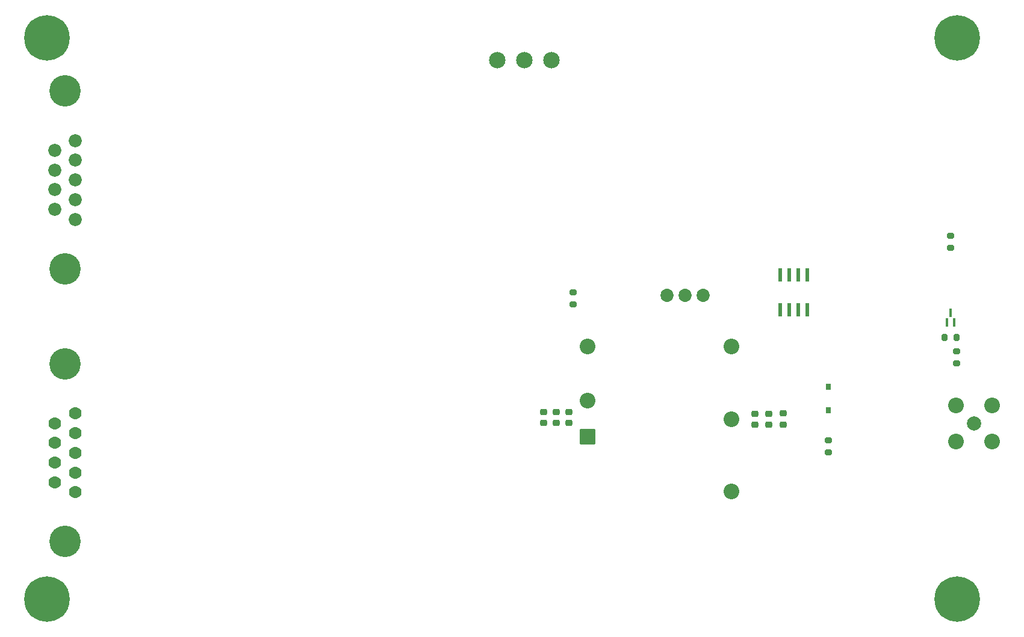
<source format=gbr>
%TF.GenerationSoftware,KiCad,Pcbnew,9.0.3*%
%TF.CreationDate,2025-09-16T13:04:12-04:00*%
%TF.ProjectId,CAEN_NEVIS_DAQ_12V,4341454e-5f4e-4455-9649-535f4441515f,rev?*%
%TF.SameCoordinates,Original*%
%TF.FileFunction,Soldermask,Bot*%
%TF.FilePolarity,Negative*%
%FSLAX46Y46*%
G04 Gerber Fmt 4.6, Leading zero omitted, Abs format (unit mm)*
G04 Created by KiCad (PCBNEW 9.0.3) date 2025-09-16 13:04:12*
%MOMM*%
%LPD*%
G01*
G04 APERTURE LIST*
G04 Aperture macros list*
%AMRoundRect*
0 Rectangle with rounded corners*
0 $1 Rounding radius*
0 $2 $3 $4 $5 $6 $7 $8 $9 X,Y pos of 4 corners*
0 Add a 4 corners polygon primitive as box body*
4,1,4,$2,$3,$4,$5,$6,$7,$8,$9,$2,$3,0*
0 Add four circle primitives for the rounded corners*
1,1,$1+$1,$2,$3*
1,1,$1+$1,$4,$5*
1,1,$1+$1,$6,$7*
1,1,$1+$1,$8,$9*
0 Add four rect primitives between the rounded corners*
20,1,$1+$1,$2,$3,$4,$5,0*
20,1,$1+$1,$4,$5,$6,$7,0*
20,1,$1+$1,$6,$7,$8,$9,0*
20,1,$1+$1,$8,$9,$2,$3,0*%
G04 Aperture macros list end*
%ADD10R,0.711200X0.914400*%
%ADD11C,1.764000*%
%ADD12C,4.420000*%
%ADD13C,6.400000*%
%ADD14C,1.854000*%
%ADD15C,2.006600*%
%ADD16C,2.209800*%
%ADD17RoundRect,0.102000X1.000000X-1.000000X1.000000X1.000000X-1.000000X1.000000X-1.000000X-1.000000X0*%
%ADD18C,2.204000*%
%ADD19C,1.839000*%
%ADD20C,2.304000*%
%ADD21RoundRect,0.225000X-0.250000X0.225000X-0.250000X-0.225000X0.250000X-0.225000X0.250000X0.225000X0*%
%ADD22RoundRect,0.200000X0.200000X0.275000X-0.200000X0.275000X-0.200000X-0.275000X0.200000X-0.275000X0*%
%ADD23RoundRect,0.200000X0.275000X-0.200000X0.275000X0.200000X-0.275000X0.200000X-0.275000X-0.200000X0*%
%ADD24R,0.558800X1.981200*%
%ADD25RoundRect,0.200000X-0.275000X0.200000X-0.275000X-0.200000X0.275000X-0.200000X0.275000X0.200000X0*%
%ADD26R,0.350800X1.161200*%
G04 APERTURE END LIST*
D10*
%TO.C,D1*%
X188850000Y-96395600D03*
X188850000Y-93144400D03*
%TD*%
D11*
%TO.C,J1*%
X82920000Y-96870000D03*
X82920000Y-99640000D03*
X82920000Y-102410000D03*
X82920000Y-105180000D03*
X82920000Y-107950000D03*
X80080000Y-98255000D03*
X80080000Y-101025000D03*
X80080000Y-103795000D03*
X80080000Y-106565000D03*
D12*
X81500000Y-89910000D03*
X81500000Y-114910000D03*
%TD*%
D13*
%TO.C,H4*%
X207000000Y-123000000D03*
%TD*%
D14*
%TO.C,J10*%
X166190000Y-80240000D03*
X168730000Y-80240000D03*
X171270000Y-80240000D03*
%TD*%
D15*
%TO.C,J4*%
X209360000Y-98310000D03*
D16*
X211900000Y-95770000D03*
X206820000Y-95770000D03*
X206820000Y-100850000D03*
X211900000Y-100850000D03*
%TD*%
D13*
%TO.C,H3*%
X79000000Y-123000000D03*
%TD*%
D17*
%TO.C,U1*%
X154980000Y-100150000D03*
D18*
X154980000Y-95050000D03*
X175280000Y-107850000D03*
X175280000Y-97650000D03*
X175280000Y-87450000D03*
X154980000Y-87450000D03*
%TD*%
D13*
%TO.C,H1*%
X79000000Y-44000000D03*
%TD*%
%TO.C,H2*%
X207000000Y-44000000D03*
%TD*%
D19*
%TO.C,J2*%
X82920000Y-69540000D03*
X82920000Y-66770000D03*
X82920000Y-64000000D03*
X82920000Y-61230000D03*
X82920000Y-58460000D03*
X80080000Y-68155000D03*
X80080000Y-65385000D03*
X80080000Y-62615000D03*
X80080000Y-59845000D03*
D12*
X81500000Y-51500000D03*
X81500000Y-76500000D03*
%TD*%
D20*
%TO.C,J3*%
X149890000Y-47150000D03*
X146080000Y-47150000D03*
X142270000Y-47150000D03*
%TD*%
D21*
%TO.C,C2*%
X150600000Y-96685000D03*
X150600000Y-98235000D03*
%TD*%
D22*
%TO.C,R29*%
X206875000Y-86180000D03*
X205225000Y-86180000D03*
%TD*%
D23*
%TO.C,R3*%
X153000000Y-81495000D03*
X153000000Y-79845000D03*
%TD*%
D21*
%TO.C,C5*%
X180530000Y-96895000D03*
X180530000Y-98445000D03*
%TD*%
D24*
%TO.C,U7*%
X182135000Y-77376200D03*
X183405000Y-77376200D03*
X184675000Y-77376200D03*
X185945000Y-77376200D03*
X185945000Y-82303800D03*
X184675000Y-82303800D03*
X183405000Y-82303800D03*
X182135000Y-82303800D03*
%TD*%
D25*
%TO.C,R11*%
X188860000Y-100665000D03*
X188860000Y-102315000D03*
%TD*%
%TO.C,R27*%
X206070000Y-71885000D03*
X206070000Y-73535000D03*
%TD*%
D23*
%TO.C,R28*%
X206870000Y-89775000D03*
X206870000Y-88125000D03*
%TD*%
D21*
%TO.C,C1*%
X152400000Y-96685000D03*
X152400000Y-98235000D03*
%TD*%
%TO.C,C4*%
X178580000Y-96895000D03*
X178580000Y-98445000D03*
%TD*%
%TO.C,C6*%
X182560000Y-96875000D03*
X182560000Y-98425000D03*
%TD*%
%TO.C,C3*%
X148800000Y-96685000D03*
X148800000Y-98235000D03*
%TD*%
D26*
%TO.C,M3*%
X206560000Y-84070000D03*
X205560002Y-84070000D03*
X206060001Y-82720000D03*
%TD*%
M02*

</source>
